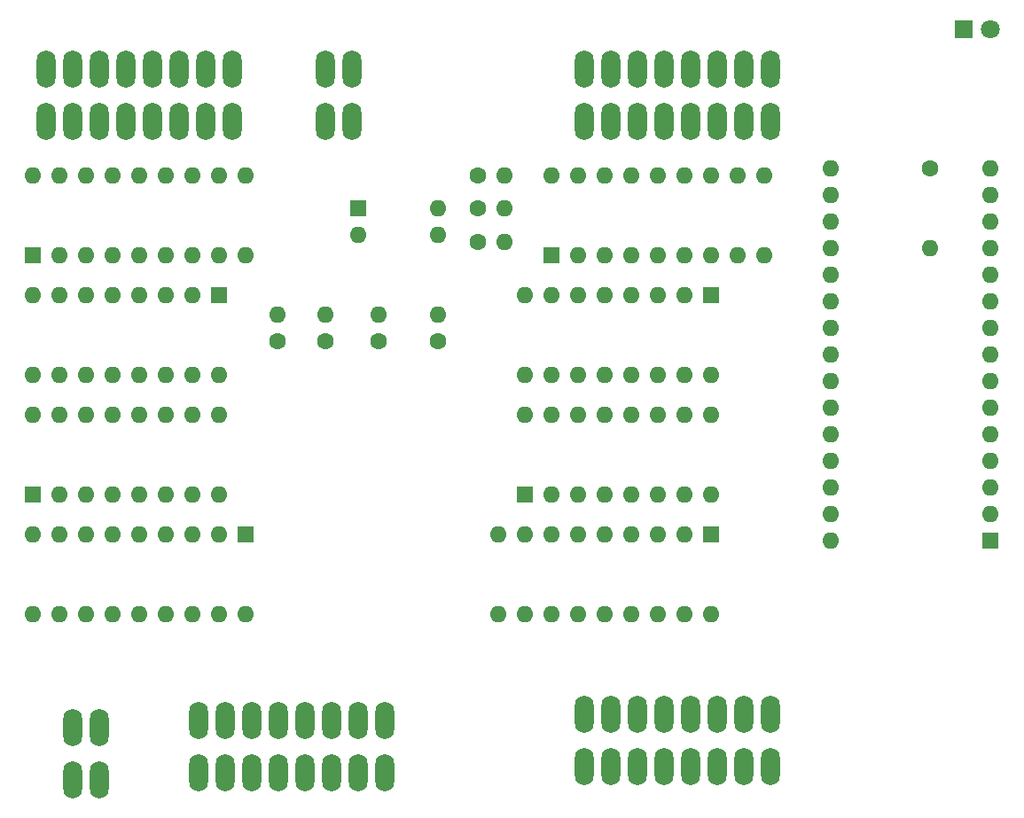
<source format=gbr>
%TF.GenerationSoftware,KiCad,Pcbnew,5.1.8-db9833491~87~ubuntu18.04.1*%
%TF.CreationDate,2020-12-15T23:06:18+01:00*%
%TF.ProjectId,Mqtt32output,4d717474-3332-46f7-9574-7075742e6b69,rev?*%
%TF.SameCoordinates,Original*%
%TF.FileFunction,Soldermask,Bot*%
%TF.FilePolarity,Negative*%
%FSLAX46Y46*%
G04 Gerber Fmt 4.6, Leading zero omitted, Abs format (unit mm)*
G04 Created by KiCad (PCBNEW 5.1.8-db9833491~87~ubuntu18.04.1) date 2020-12-15 23:06:18*
%MOMM*%
%LPD*%
G01*
G04 APERTURE LIST*
%ADD10O,1.600000X1.600000*%
%ADD11C,1.600000*%
%ADD12R,1.600000X1.600000*%
%ADD13R,1.800000X1.800000*%
%ADD14C,1.800000*%
%ADD15O,1.800000X3.600000*%
G04 APERTURE END LIST*
D10*
%TO.C,R8*%
X144780000Y-53340000D03*
D11*
X144780000Y-55880000D03*
%TD*%
D10*
%TO.C,UO4*%
X126365000Y-81915000D03*
X106045000Y-74295000D03*
X123825000Y-81915000D03*
X108585000Y-74295000D03*
X121285000Y-81915000D03*
X111125000Y-74295000D03*
X118745000Y-81915000D03*
X113665000Y-74295000D03*
X116205000Y-81915000D03*
X116205000Y-74295000D03*
X113665000Y-81915000D03*
X118745000Y-74295000D03*
X111125000Y-81915000D03*
X121285000Y-74295000D03*
X108585000Y-81915000D03*
X123825000Y-74295000D03*
X106045000Y-81915000D03*
D12*
X126365000Y-74295000D03*
%TD*%
%TO.C,A1*%
X197485000Y-74930000D03*
D10*
X182245000Y-41910000D03*
X197485000Y-72390000D03*
X182245000Y-44450000D03*
X197485000Y-69850000D03*
X182245000Y-46990000D03*
X197485000Y-67310000D03*
X182245000Y-49530000D03*
X197485000Y-64770000D03*
X182245000Y-52070000D03*
X197485000Y-62230000D03*
X182245000Y-54610000D03*
X197485000Y-59690000D03*
X182245000Y-57150000D03*
X197485000Y-57150000D03*
X182245000Y-59690000D03*
X197485000Y-54610000D03*
X182245000Y-62230000D03*
X197485000Y-52070000D03*
X182245000Y-64770000D03*
X197485000Y-49530000D03*
X182245000Y-67310000D03*
X197485000Y-46990000D03*
X182245000Y-69850000D03*
X197485000Y-44450000D03*
X182245000Y-72390000D03*
X197485000Y-41910000D03*
X182245000Y-74930000D03*
X197485000Y-39370000D03*
X182245000Y-39370000D03*
%TD*%
%TO.C,R1*%
X129440000Y-53340000D03*
D11*
X129440000Y-55880000D03*
%TD*%
%TO.C,R2*%
X133985000Y-55880000D03*
D10*
X133985000Y-53340000D03*
%TD*%
D11*
%TO.C,R3*%
X139065000Y-55880000D03*
D10*
X139065000Y-53340000D03*
%TD*%
D12*
%TO.C,U2*%
X123825000Y-51435000D03*
D10*
X106045000Y-59055000D03*
X121285000Y-51435000D03*
X108585000Y-59055000D03*
X118745000Y-51435000D03*
X111125000Y-59055000D03*
X116205000Y-51435000D03*
X113665000Y-59055000D03*
X113665000Y-51435000D03*
X116205000Y-59055000D03*
X111125000Y-51435000D03*
X118745000Y-59055000D03*
X108585000Y-51435000D03*
X121285000Y-59055000D03*
X106045000Y-51435000D03*
X123825000Y-59055000D03*
%TD*%
%TO.C,U4*%
X170815000Y-59055000D03*
X153035000Y-51435000D03*
X168275000Y-59055000D03*
X155575000Y-51435000D03*
X165735000Y-59055000D03*
X158115000Y-51435000D03*
X163195000Y-59055000D03*
X160655000Y-51435000D03*
X160655000Y-59055000D03*
X163195000Y-51435000D03*
X158115000Y-59055000D03*
X165735000Y-51435000D03*
X155575000Y-59055000D03*
X168275000Y-51435000D03*
X153035000Y-59055000D03*
D12*
X170815000Y-51435000D03*
%TD*%
%TO.C,U6*%
X153035000Y-70485000D03*
D10*
X170815000Y-62865000D03*
X155575000Y-70485000D03*
X168275000Y-62865000D03*
X158115000Y-70485000D03*
X165735000Y-62865000D03*
X160655000Y-70485000D03*
X163195000Y-62865000D03*
X163195000Y-70485000D03*
X160655000Y-62865000D03*
X165735000Y-70485000D03*
X158115000Y-62865000D03*
X168275000Y-70485000D03*
X155575000Y-62865000D03*
X170815000Y-70485000D03*
X153035000Y-62865000D03*
%TD*%
%TO.C,U8*%
X106045000Y-62865000D03*
X123825000Y-70485000D03*
X108585000Y-62865000D03*
X121285000Y-70485000D03*
X111125000Y-62865000D03*
X118745000Y-70485000D03*
X113665000Y-62865000D03*
X116205000Y-70485000D03*
X116205000Y-62865000D03*
X113665000Y-70485000D03*
X118745000Y-62865000D03*
X111125000Y-70485000D03*
X121285000Y-62865000D03*
X108585000Y-70485000D03*
X123825000Y-62865000D03*
D12*
X106045000Y-70485000D03*
%TD*%
%TO.C,UO1*%
X106045000Y-47625000D03*
D10*
X126365000Y-40005000D03*
X108585000Y-47625000D03*
X123825000Y-40005000D03*
X111125000Y-47625000D03*
X121285000Y-40005000D03*
X113665000Y-47625000D03*
X118745000Y-40005000D03*
X116205000Y-47625000D03*
X116205000Y-40005000D03*
X118745000Y-47625000D03*
X113665000Y-40005000D03*
X121285000Y-47625000D03*
X111125000Y-40005000D03*
X123825000Y-47625000D03*
X108585000Y-40005000D03*
X126365000Y-47625000D03*
X106045000Y-40005000D03*
%TD*%
%TO.C,UO2*%
X155575000Y-40005000D03*
X175895000Y-47625000D03*
X158115000Y-40005000D03*
X173355000Y-47625000D03*
X160655000Y-40005000D03*
X170815000Y-47625000D03*
X163195000Y-40005000D03*
X168275000Y-47625000D03*
X165735000Y-40005000D03*
X165735000Y-47625000D03*
X168275000Y-40005000D03*
X163195000Y-47625000D03*
X170815000Y-40005000D03*
X160655000Y-47625000D03*
X173355000Y-40005000D03*
X158115000Y-47625000D03*
X175895000Y-40005000D03*
D12*
X155575000Y-47625000D03*
%TD*%
%TO.C,UO3*%
X170815000Y-74295000D03*
D10*
X150495000Y-81915000D03*
X168275000Y-74295000D03*
X153035000Y-81915000D03*
X165735000Y-74295000D03*
X155575000Y-81915000D03*
X163195000Y-74295000D03*
X158115000Y-81915000D03*
X160655000Y-74295000D03*
X160655000Y-81915000D03*
X158115000Y-74295000D03*
X163195000Y-81915000D03*
X155575000Y-74295000D03*
X165735000Y-81915000D03*
X153035000Y-74295000D03*
X168275000Y-81915000D03*
X150495000Y-74295000D03*
X170815000Y-81915000D03*
%TD*%
D11*
%TO.C,R4*%
X148590000Y-40005000D03*
D10*
X151130000Y-40005000D03*
%TD*%
%TO.C,R5*%
X151130000Y-43180000D03*
D11*
X148590000Y-43180000D03*
%TD*%
%TO.C,R6*%
X148590000Y-46355000D03*
D10*
X151130000Y-46355000D03*
%TD*%
D12*
%TO.C,SW1*%
X137160000Y-43180000D03*
D10*
X144780000Y-45720000D03*
X137160000Y-45720000D03*
X144780000Y-43180000D03*
%TD*%
D13*
%TO.C,D1*%
X194945000Y-26035000D03*
D14*
X197485000Y-26035000D03*
%TD*%
D15*
%TO.C,J1*%
X107315000Y-29885000D03*
X107315000Y-34885000D03*
X109855000Y-29885000D03*
X109855000Y-34885000D03*
X112395000Y-29885000D03*
X112395000Y-34885000D03*
X114935000Y-29885000D03*
X114935000Y-34885000D03*
X117475000Y-29885000D03*
X117475000Y-34885000D03*
X120015000Y-29885000D03*
X120015000Y-34885000D03*
X122555000Y-29885000D03*
X122555000Y-34885000D03*
X125095000Y-29885000D03*
X125095000Y-34885000D03*
%TD*%
%TO.C,J2*%
X158750000Y-29885000D03*
X158750000Y-34885000D03*
X161290000Y-29885000D03*
X161290000Y-34885000D03*
X163830000Y-29885000D03*
X163830000Y-34885000D03*
X166370000Y-29885000D03*
X166370000Y-34885000D03*
X168910000Y-29885000D03*
X168910000Y-34885000D03*
X171450000Y-29885000D03*
X171450000Y-34885000D03*
X173990000Y-29885000D03*
X173990000Y-34885000D03*
X176530000Y-29885000D03*
X176530000Y-34885000D03*
%TD*%
%TO.C,J3*%
X158750000Y-91480000D03*
X158750000Y-96480000D03*
X161290000Y-91480000D03*
X161290000Y-96480000D03*
X163830000Y-91480000D03*
X163830000Y-96480000D03*
X166370000Y-91480000D03*
X166370000Y-96480000D03*
X168910000Y-91480000D03*
X168910000Y-96480000D03*
X171450000Y-91480000D03*
X171450000Y-96480000D03*
X173990000Y-91480000D03*
X173990000Y-96480000D03*
X176530000Y-91480000D03*
X176530000Y-96480000D03*
%TD*%
%TO.C,J4*%
X121920000Y-92115000D03*
X121920000Y-97115000D03*
X124460000Y-92115000D03*
X124460000Y-97115000D03*
X127000000Y-92115000D03*
X127000000Y-97115000D03*
X129540000Y-92115000D03*
X129540000Y-97115000D03*
X132080000Y-92115000D03*
X132080000Y-97115000D03*
X134620000Y-92115000D03*
X134620000Y-97115000D03*
X137160000Y-92115000D03*
X137160000Y-97115000D03*
X139700000Y-92115000D03*
X139700000Y-97115000D03*
%TD*%
D11*
%TO.C,R7*%
X191770000Y-39370000D03*
D10*
X191770000Y-46990000D03*
%TD*%
D15*
%TO.C,X1*%
X136525000Y-34885000D03*
X136525000Y-29885000D03*
X133985000Y-34885000D03*
X133985000Y-29885000D03*
%TD*%
%TO.C,X2*%
X112395000Y-97750000D03*
X112395000Y-92750000D03*
X109855000Y-97750000D03*
X109855000Y-92750000D03*
%TD*%
M02*

</source>
